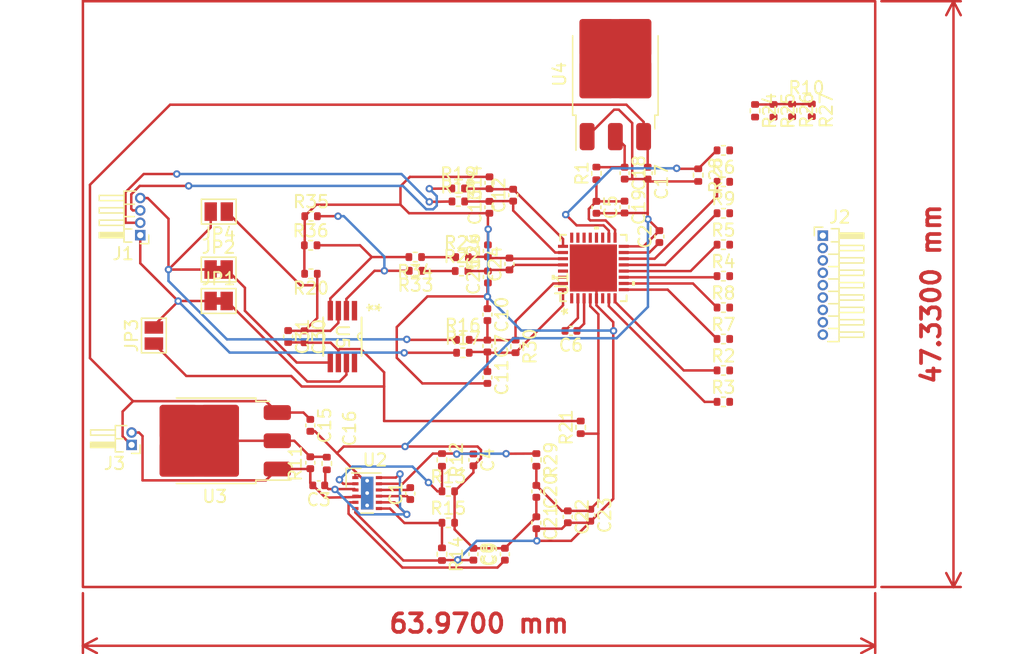
<source format=kicad_pcb>
(kicad_pcb (version 20221018) (generator pcbnew)
  (layers (0 "F.Cu" signal) (31 "B.Cu" signal) (34 "B.Paste" user) (35 "F.Paste" user) (36 "B.SilkS" user "B.Silkscreen") (37 "F.SilkS" user "F.Silkscreen") (38 "B.Mask" user) (39 "F.Mask" user) (44 "Edge.Cuts" user))
  (net 0 "")
  (net 2 "Net-(U5-INA)")
  (net 3 "Net-(JP4-A)")
  (net 4 "Net-(U5-INB)")
  (net 5 "Net-(JP2-B)")
  (net 6 "Net-(JP3-A)")
  (net 7 "Net-(JP1-B)")
  (net 9 "/ADC_nPWDN")
  (net 10 "Net-(J2-Pin_2)")
  (net 11 "/ADC_SCLK")
  (net 12 "Net-(J2-Pin_4)")
  (net 13 "/EXT_CLK")
  (net 14 "Net-(J2-Pin_9)")
  (net 15 "/ADC_nDRDY")
  (net 16 "Net-(J2-Pin_7)")
  (net 17 "/ADC_nCS")
  (net 18 "Net-(J2-Pin_8)")
  (net 19 "/-2.5V")
  (net 20 "Net-(R23-Pad1)")
  (net 21 "Net-(R22-Pad1)")
  (net 22 "Net-(U1-REFN0)")
  (net 23 "Net-(U1-REFP0)")
  (net 24 "/2.5V")
  (net 25 "/Avdd")
  (net 26 "GND")
  (net 27 "/DVDD")
  (net 28 "Net-(J2-Pin_3)")
  (net 29 "Net-(J2-Pin_1)")
  (net 30 "/ACX2")
  (net 31 "/ACX1")
  (net 32 "/In-")
  (net 33 "Net-(U1-AIN5)")
  (net 34 "/In+")
  (net 35 "Net-(U1-AIN4)")
  (net 36 "Net-(J1-Pin_1)")
  (net 37 "Net-(J1-Pin_4)")
  (net 38 "Net-(U2-FB-)")
  (net 39 "Net-(U2-FB+)")
  (net 40 "/ADC_START")
  (net 41 "/ADC_MISO")
  (net 42 "Net-(J2-Pin_6)")
  (net 43 "/ADC_MOSI")
  (net 44 "Net-(J2-Pin_5)")
  (net 45 "/3V3")
  (net 46 "Net-(U2-EN+)")
  (net 47 "/ADC_nRESET")
  (net 48 "Net-(U4-VO)")
  (net 49 "/5V")
  (net 50 "Net-(U2-CP)")
  (net 51 "Net-(U2-C-)")
  (net 52 "Net-(U2-C+)")
  (net 53 "Net-(U1-BYPASS)")
  (net 54 "Net-(U1-CAPN)")
  (net 55 "Net-(U1-CAPP)")
  (net 64 "/nACX2")
  (net 65 "/nACX1")
  (footprint "Jumper:SolderJumper-2_P1.3mm_Open_Pad1.0x1.5mm" (layer "F.Cu") (at 20.97 53.34 90)
    (fp_text reference "JP3")
    (fp_text value "Jumper_2_Open")
  )
  (footprint "Capacitor_SMD:C_0402_1005Metric" (layer "F.Cu") (at 33.6 63.62 -90)
    (fp_text reference "C16")
    (fp_text value "100u")
  )
  (footprint "Resistor_SMD:R_0402_1005Metric" (layer "F.Cu") (at 34.93 63.68 -90)
    (fp_text reference "R11")
    (fp_text value "0")
  )
  (footprint "Capacitor_SMD:C_0402_1005Metric" (layer "F.Cu") (at 34.28 65.45 180)
    (fp_text reference "C3")
    (fp_text value "4.7u")
  )
  (footprint "Capacitor_SMD:C_0402_1005Metric" (layer "F.Cu") (at 31.81 53.42 -90)
    (fp_text reference "C31")
    (fp_text value "220p")
  )
  (footprint "Connector_PinHeader_1.00mm:PinHeader_1x02_P1.00mm_Horizontal" (layer "F.Cu") (at 19.17 62.18 180)
    (fp_text reference "J3")
    (fp_text value "Conn_01x02_Pin")
  )
  (footprint "Resistor_SMD:R_0402_1005Metric" (layer "F.Cu") (at 66.95 43.46)
    (fp_text reference "R9")
    (fp_text value "47")
  )
  (footprint "Capacitor_SMD:C_0402_1005Metric" (layer "F.Cu") (at 48.06 42.98 90)
    (fp_text reference "C13")
    (fp_text value "1n")
  )
  (footprint "Capacitor_SMD:C_0402_1005Metric" (layer "F.Cu") (at 47.9 56.73 -90)
    (fp_text reference "C11")
    (fp_text value "1n")
  )
  (footprint "Resistor_SMD:R_0402_1005Metric" (layer "F.Cu") (at 64.92 40.38 -90)
    (fp_text reference "R28")
    (fp_text value "100k")
  )
  (footprint "Capacitor_SMD:C_0402_1005Metric" (layer "F.Cu") (at 56.21 67.86 -90)
    (fp_text reference "C23")
    (fp_text value "0.1u")
  )
  (footprint "Capacitor_SMD:C_0402_1005Metric" (layer "F.Cu") (at 48.07 41 90)
    (fp_text reference "C14")
    (fp_text value "1n")
  )
  (footprint "ADS1235-Q1:RHM0032A_VQFNP_TEX" (layer "F.Cu") (at 56.455 47.885 90)
    (fp_text reference "U1")
    (fp_text value "ADS1235QWRHMRQ1")
  )
  (footprint "Package_TO_SOT_SMD:TO-252-3_TabPin2" (layer "F.Cu") (at 25.895 61.845 180)
    (fp_text reference "U3")
    (fp_text value "LM1117DT-3.3")
  )
  (footprint "Resistor_SMD:R_0402_1005Metric" (layer "F.Cu") (at 42.1 48.11 180)
    (fp_text reference "R33")
    (fp_text value "0")
  )
  (footprint "Capacitor_SMD:C_0402_1005Metric" (layer "F.Cu") (at 58.98 40.22 -90)
    (fp_text reference "C18")
    (fp_text value "100u")
  )
  (footprint "Capacitor_SMD:C_0402_1005Metric" (layer "F.Cu") (at 54.645 52.965 180)
    (fp_text reference "C6")
    (fp_text value "4.7n")
  )
  (footprint "Resistor_SMD:R_0402_1005Metric" (layer "F.Cu") (at 55.43 60.76 90)
    (fp_text reference "R21")
    (fp_text value "0")
  )
  (footprint "Resistor_SMD:R_0402_1005Metric" (layer "F.Cu") (at 44.23 63.39 -90)
    (fp_text reference "R12")
    (fp_text value "602k")
  )
  (footprint "Resistor_SMD:R_0402_1005Metric" (layer "F.Cu") (at 66.95 38.38)
    (fp_text reference "R10")
    (fp_text value "47")
  )
  (footprint "Capacitor_SMD:C_0402_1005Metric" (layer "F.Cu") (at 49.68 47.56 90)
    (fp_text reference "C24")
    (fp_text value "10n")
  )
  (footprint "Capacitor_SMD:C_0402_1005Metric" (layer "F.Cu") (at 47.94 48.61 90)
    (fp_text reference "C25")
    (fp_text value "1n")
  )
  (footprint "Resistor_SMD:R_0402_1005Metric" (layer "F.Cu") (at 45.55 42.51)
    (fp_text reference "R18")
    (fp_text value "100")
  )
  (footprint "Resistor_SMD:R_0402_1005Metric" (layer "F.Cu") (at 33.65 48.35 180)
    (fp_text reference "R20")
    (fp_text value "0")
  )
  (footprint "Capacitor_SMD:C_0402_1005Metric" (layer "F.Cu") (at 47.94 46.5 90)
    (fp_text reference "C26")
    (fp_text value "1n")
  )
  (footprint "Resistor_SMD:R_0402_1005Metric" (layer "F.Cu") (at 33.63 46.05)
    (fp_text reference "R36")
    (fp_text value "100k")
  )
  (footprint "Jumper:SolderJumper-2_P1.3mm_Bridged_Pad1.0x1.5mm" (layer "F.Cu") (at 26.2 50.55)
    (fp_text reference "JP1")
    (fp_text value "Jumper_2_Bridged")
  )
  (footprint "Resistor_SMD:R_0402_1005Metric" (layer "F.Cu") (at 74.09 35.14 -90)
    (fp_text reference "R27")
    (fp_text value "100k")
  )
  (footprint "Resistor_SMD:R_0402_1005Metric" (layer "F.Cu") (at 69.51 35.18 -90)
    (fp_text reference "R24")
    (fp_text value "100k")
  )
  (footprint "Capacitor_SMD:C_0402_1005Metric" (layer "F.Cu") (at 47.9 51.65 -90)
    (fp_text reference "C10")
    (fp_text value "1n")
  )
  (footprint "Resistor_SMD:R_0402_1005Metric" (layer "F.Cu") (at 42.07 47 180)
    (fp_text reference "R34")
    (fp_text value "0")
  )
  (footprint "Resistor_SMD:R_0402_1005Metric" (layer "F.Cu") (at 51.85 63.39 -90)
    (fp_text reference "R29")
    (fp_text value "0.1")
  )
  (footprint "Capacitor_SMD:C_0402_1005Metric" (layer "F.Cu") (at 47.9 54.19 -90)
    (fp_text reference "C7")
    (fp_text value "10n")
  )
  (footprint "Resistor_SMD:R_0402_1005Metric" (layer "F.Cu") (at 66.95 58.7)
    (fp_text reference "R3")
    (fp_text value "47")
  )
  (footprint "Capacitor_SMD:C_0402_1005Metric" (layer "F.Cu") (at 49.31 71.01 90)
    (fp_text reference "C9")
    (fp_text value "4.7u")
  )
  (footprint "Resistor_SMD:R_0402_1005Metric" (layer "F.Cu") (at 44.74 65.93)
    (fp_text reference "R13")
    (fp_text value "549k")
  )
  (footprint "Capacitor_SMD:C_0402_1005Metric" (layer "F.Cu") (at 54.39 67.99 -90)
    (fp_text reference "C22")
    (fp_text value "1u")
  )
  (footprint "Resistor_SMD:R_0402_1005Metric" (layer "F.Cu") (at 66.95 51.08)
    (fp_text reference "R8")
    (fp_text value "47")
  )
  (footprint "Resistor_SMD:R_0402_1005Metric" (layer "F.Cu") (at 72.5 35.15 -90)
    (fp_text reference "R26")
    (fp_text value "100k")
  )
  (footprint "Capacitor_SMD:C_0402_1005Metric" (layer "F.Cu") (at 60.84 40.22 -90)
    (fp_text reference "C17")
    (fp_text value "10u")
  )
  (footprint "Capacitor_SMD:C_0402_1005Metric" (layer "F.Cu") (at 33.13 53.44 -90)
    (fp_text reference "C30")
    (fp_text value "2.2u")
  )
  (footprint "Capacitor_SMD:C_0402_1005Metric" (layer "F.Cu") (at 61.785 45.345 90)
    (fp_text reference "C2")
    (fp_text value "1u")
  )
  (footprint "Package_TO_SOT_SMD:TO-252-3_TabPin2" (layer "F.Cu") (at 58.23 32.23 90)
    (fp_text reference "U4")
    (fp_text value "LM1117DT-3.3")
  )
  (footprint "Resistor_SMD:R_0402_1005Metric" (layer "F.Cu") (at 50.17 54.22 -90)
    (fp_text reference "R30")
    (fp_text value "100k")
  )
  (footprint "Resistor_SMD:R_0402_1005Metric" (layer "F.Cu") (at 45.81 48.13)
    (fp_text reference "R22")
    (fp_text value "100")
  )
  (footprint "Resistor_SMD:R_0402_1005Metric" (layer "F.Cu") (at 66.95 48.54)
    (fp_text reference "R4")
    (fp_text value "47")
  )
  (footprint "Capacitor_SMD:C_0402_1005Metric" (layer "F.Cu") (at 51.85 68.47 -90)
    (fp_text reference "C21")
    (fp_text value "0.1u")
  )
  (footprint "Resistor_SMD:R_0402_1005Metric" (layer "F.Cu") (at 66.95 46)
    (fp_text reference "R5")
    (fp_text value "47")
  )
  (footprint "UCC27524DR:DGN8" (layer "F.Cu") (at 36.19 53.43 -90)
    (fp_text reference "U5")
    (fp_text value "UCC27524DGN")
  )
  (footprint "Connector_PinHeader_1.00mm:PinHeader_1x04_P1.00mm_Horizontal" (layer "F.Cu") (at 19.87 45.23 180)
    (fp_text reference "J1")
    (fp_text value "Conn_01x04_Pin")
  )
  (footprint "Resistor_SMD:R_0402_1005Metric" (layer "F.Cu") (at 56.7 40.24 90)
    (fp_text reference "R1")
    (fp_text value "0.1")
  )
  (footprint "Jumper:SolderJumper-2_P1.3mm_Bridged_Pad1.0x1.5mm" (layer "F.Cu") (at 26.2 48.01)
    (fp_text reference "JP2")
    (fp_text value "Jumper_2_Bridged")
  )
  (footprint "Connector_PinHeader_1.00mm:PinHeader_1x09_P1.00mm_Horizontal" (layer "F.Cu") (at 74.98 45.27)
    (fp_text reference "J2")
    (fp_text value "Conn_01x09_Pin")
  )
  (footprint "Resistor_SMD:R_0402_1005Metric" (layer "F.Cu") (at 66.95 53.62)
    (fp_text reference "R7")
    (fp_text value "47")
  )
  (footprint "Capacitor_SMD:C_0402_1005Metric" (layer "F.Cu") (at 51.85 65.93 -90)
    (fp_text reference "C20")
    (fp_text value "0.1u")
  )
  (footprint "Resistor_SMD:R_0402_1005Metric" (layer "F.Cu") (at 44.74 68.47)
    (fp_text reference "R15")
    (fp_text value "511k")
  )
  (footprint "Resistor_SMD:R_0402_1005Metric" (layer "F.Cu") (at 45.85 47.01)
    (fp_text reference "R23")
    (fp_text value "100")
  )
  (footprint "Resistor_SMD:R_0402_1005Metric" (layer "F.Cu") (at 45.54 41.46)
    (fp_text reference "R19")
    (fp_text value "100")
  )
  (footprint "Resistor_SMD:R_0402_1005Metric" (layer "F.Cu") (at 71 35.18 -90)
    (fp_text reference "R25")
    (fp_text value "100k")
  )
  (footprint "Resistor_SMD:R_0402_1005Metric" (layer "F.Cu") (at 45.92 54.73)
    (fp_text reference "R17")
    (fp_text value "100")
  )
  (footprint "Capacitor_SMD:C_0402_1005Metric" (layer "F.Cu") (at 58.97 42.96 -90)
    (fp_text reference "C19")
    (fp_text value "0.1u")
  )
  (footprint "Resistor_SMD:R_0402_1005Metric" (layer "F.Cu") (at 44.23 71.01 -90)
    (fp_text reference "R14")
    (fp_text value "536k")
  )
  (footprint "Capacitor_SMD:C_0402_1005Metric" (layer "F.Cu") (at 46.77 71.01 -90)
    (fp_text reference "C8")
    (fp_text value "2.2u")
  )
  (footprint "Resistor_SMD:R_0402_1005Metric" (layer "F.Cu") (at 33.66 43.7)
    (fp_text reference "R35")
    (fp_text value "100k")
  )
  (footprint "Jumper:SolderJumper-2_P1.3mm_Open_Pad1.0x1.5mm" (layer "F.Cu") (at 26.21 43.33 180)
    (fp_text reference "JP4")
    (fp_text value "Jumper_2_Open")
  )
  (footprint "Resistor_SMD:R_0402_1005Metric" (layer "F.Cu") (at 45.92 53.69)
    (fp_text reference "R16")
    (fp_text value "100")
  )
  (footprint "Capacitor_SMD:C_0402_1005Metric" (layer "F.Cu") (at 46.77 63.39 -90)
    (fp_text reference "C4")
    (fp_text value "2.2u")
  )
  (footprint "Resistor_SMD:R_0402_1005Metric" (layer "F.Cu") (at 66.95 40.92)
    (fp_text reference "R6")
    (fp_text value "47")
  )
  (footprint "Capacitor_SMD:C_0402_1005Metric" (layer "F.Cu") (at 56.7 42.98 -90)
    (fp_text reference "C5")
    (fp_text value "1u")
  )
  (footprint "Resistor_SMD:R_0402_1005Metric" (layer "F.Cu") (at 66.95 56.16)
    (fp_text reference "R2")
    (fp_text value "47")
  )
  (footprint "Package_SON:WSON-12-1EP_3x2mm_P0.5mm_EP1x2.65_ThermalVias" (layer "F.Cu") (at 38.19 66.07)
    (fp_text reference "U2")
    (fp_text value "LM27762")
  )
  (footprint "Capacitor_SMD:C_0402_1005Metric" (layer "F.Cu") (at 49.98 42 90)
    (fp_text reference "C12")
    (fp_text value "10n")
  )
  (footprint "Capacitor_SMD:C_0402_1005Metric" (layer "F.Cu") (at 41.67 66.11 90)
    (fp_text reference "C1")
    (fp_text value "1u")
  )
  (footprint "Capacitor_SMD:C_0402_1005Metric" (layer "F.Cu") (at 33.6 60.6 -90)
    (fp_text reference "C15")
    (fp_text value "10u")
  )
  (gr_rect (start 15.24 26.33) (end 79.21 73.66) (stroke (width 0.2)) (fill none) (layer "F.Cu"))
  (dimension (type aligned) (layer "F.Cu") (pts (xy 79.21 73.66) (xy 15.24 73.66)) (height -4.75) (gr_text "63.9700 mm" (at 47.225 76.61) (layer "F.Cu") (effects (font (size 1.5 1.5) (thickness 0.3)))) (format (prefix "") (suffix "") (units 3) (units_format 1) (precision 4)) (style (thickness 0.2) (arrow_length 1.27) (text_position_mode 0) (extension_height 0.58642) (extension_offset 0.5) keep_text_aligned))
  (dimension (type aligned) (layer "F.Cu") (pts (xy 79.21 73.66) (xy 79.21 26.33)) (height 6.32) (gr_text "47.3300 mm" (at 83.73 49.995 90) (layer "F.Cu") (effects (font (size 1.5 1.5) (thickness 0.3)))) (format (prefix "") (suffix "") (units 3) (units_format 1) (precision 4)) (style (thickness 0.2) (arrow_length 1.27) (text_position_mode 0) (extension_height 0.58642) (extension_offset 0.5) keep_text_aligned))
  (segment (start 34.17 43.7) (end 35.84 43.7) (width 0.2) (layer "F.Cu") (net 2))
  (segment (start 39.58 48.11) (end 38.786199 48.11) (width 0.2) (layer "F.Cu") (net 2))
  (segment (start 41.59 48.11) (end 39.58 48.11) (width 0.2) (layer "F.Cu") (net 2))
  (segment (start 35.84 43.7) (end 35.79 43.7) (width 0.2) (layer "F.Cu") (net 2))
  (segment (start 38.786199 48.11) (end 36.515001 50.381198) (width 0.2) (layer "F.Cu") (net 2))
  (segment (start 36.515001 50.381198) (end 36.515001 51.3345) (width 0.2) (layer "F.Cu") (net 2))
  (via (at 35.84 43.7) (size 0.6) (drill 0.3) (layers "F.Cu" "B.Cu") (net 2))
  (via (at 39.58 48.11) (size 0.6) (drill 0.3) (layers "F.Cu" "B.Cu") (net 2))
  (segment (start 35.84 43.7) (end 36.31 43.7) (width 0.2) (layer "B.Cu") (net 2))
  (segment (start 39.58 46.97) (end 39.58 48.11) (width 0.2) (layer "B.Cu") (net 2))
  (segment (start 36.31 43.7) (end 39.58 46.97) (width 0.2) (layer "B.Cu") (net 2))
  (segment (start 35.864999 52.3219) (end 35.864999 51.3345) (width 0.2) (layer "F.Cu") (net 3))
  (segment (start 31.83 52.96) (end 31.81 52.94) (width 0.2) (layer "F.Cu") (net 3))
  (segment (start 34.16 49.28) (end 34.16 51.93) (width 0.2) (layer "F.Cu") (net 3))
  (segment (start 34.16 51.93) (end 33.13 52.96) (width 0.2) (layer "F.Cu") (net 3))
  (segment (start 35.226899 52.96) (end 35.864999 52.3219) (width 0.2) (layer "F.Cu") (net 3))
  (segment (start 34.16 48.35) (end 34.16 49.28) (width 0.2) (layer "F.Cu") (net 3))
  (segment (start 26.86 43.33) (end 32.81 49.28) (width 0.2) (layer "F.Cu") (net 3))
  (segment (start 33.13 52.96) (end 35.226899 52.96) (width 0.2) (layer "F.Cu") (net 3))
  (segment (start 32.81 49.28) (end 34.16 49.28) (width 0.2) (layer "F.Cu") (net 3))
  (segment (start 33.13 52.96) (end 31.83 52.96) (width 0.2) (layer "F.Cu") (net 3))
  (segment (start 38.562101 47) (end 35.215001 50.3471) (width 0.2) (layer "F.Cu") (net 4))
  (segment (start 37.612101 46.05) (end 38.562101 47) (width 0.2) (layer "F.Cu") (net 4))
  (segment (start 34.14 46.05) (end 37.612101 46.05) (width 0.2) (layer "F.Cu") (net 4))
  (segment (start 41.56 47) (end 38.562101 47) (width 0.2) (layer "F.Cu") (net 4))
  (segment (start 35.215001 50.3471) (end 35.215001 51.3345) (width 0.2) (layer "F.Cu") (net 4))
  (segment (start 28.32 49.48) (end 26.85 48.01) (width 0.2) (layer "F.Cu") (net 5))
  (segment (start 28.32 51.342254) (end 28.32 49.48) (width 0.2) (layer "F.Cu") (net 5))
  (segment (start 32.503246 55.5255) (end 28.32 51.342254) (width 0.2) (layer "F.Cu") (net 5))
  (segment (start 35.215001 55.5255) (end 32.503246 55.5255) (width 0.2) (layer "F.Cu") (net 5))
  (segment (start 32.0629 56.6129) (end 32.91 57.46) (width 0.2) (layer "F.Cu") (net 6))
  (segment (start 39.56 57.46) (end 39.56 56.317201) (width 0.2) (layer "F.Cu") (net 6))
  (segment (start 33.11 53.9) (end 33.13 53.92) (width 0.2) (layer "F.Cu") (net 6))
  (segment (start 39.56 60.25) (end 39.56 57.46) (width 0.2) (layer "F.Cu") (net 6))
  (segment (start 20.97 53.99) (end 23.5929 56.6129) (width 0.2) (layer "F.Cu") (net 6))
  (segment (start 31.81 53.9) (end 33.11 53.9) (width 0.2) (layer "F.Cu") (net 6))
  (segment (start 39.56 56.317201) (end 37.680899 54.4381) (width 0.2) (layer "F.Cu") (net 6))
  (segment (start 55.43 60.25) (end 39.56 60.25) (width 0.2) (layer "F.Cu") (net 6))
  (segment (start 35.964999 54.4381) (end 35.864999 54.5381) (width 0.2) (layer "F.Cu") (net 6))
  (segment (start 35.864999 54.5381) (end 35.864999 55.5255) (width 0.2) (layer "F.Cu") (net 6))
  (segment (start 32.91 57.46) (end 39.56 57.46) (width 0.2) (layer "F.Cu") (net 6))
  (segment (start 33.13 53.92) (end 35.246899 53.92) (width 0.2) (layer "F.Cu") (net 6))
  (segment (start 23.5929 56.6129) (end 32.0629 56.6129) (width 0.2) (layer "F.Cu") (net 6))
  (segment (start 37.680899 54.4381) (end 35.964999 54.4381) (width 0.2) (layer "F.Cu") (net 6))
  (segment (start 35.246899 53.92) (end 35.864999 54.5381) (width 0.2) (layer "F.Cu") (net 6))
  (segment (start 33.36 57.06) (end 35.967901 57.06) (width 0.2) (layer "F.Cu") (net 7))
  (segment (start 36.515001 56.5129) (end 36.515001 55.5255) (width 0.2) (layer "F.Cu") (net 7))
  (segment (start 35.967901 57.06) (end 36.515001 56.5129) (width 0.2) (layer "F.Cu") (net 7))
  (segment (start 26.85 50.55) (end 33.36 57.06) (width 0.2) (layer "F.Cu") (net 7))
  (segment (start 57.705 50.969501) (end 65.435499 58.7) (width 0.2) (layer "F.Cu") (net 9))
  (segment (start 65.435499 58.7) (end 66.44 58.7) (width 0.2) (layer "F.Cu") (net 9))
  (segment (start 57.705 50.3361) (end 57.705 50.969501) (width 0.2) (layer "F.Cu") (net 9))
  (segment (start 58.9061 48.635001) (end 66.344999 48.635001) (width 0.2) (layer "F.Cu") (net 11))
  (segment (start 66.344999 48.635001) (end 66.44 48.54) (width 0.2) (layer "F.Cu") (net 11))
  (segment (start 54.22 43.56) (end 54.22 43.56) (width 0.2) (layer "F.Cu") (net 13))
  (segment (start 55.1 44.44) (end 54.23 43.57) (width 0.2) (layer "F.Cu") (net 13))
  (segment (start 54.23 43.57) (end 54.22 43.57) (width 0.2) (layer "F.Cu") (net 13))
  (segment (start 54.22 43.57) (end 54.22 43.56) (width 0.2) (layer "F.Cu") (net 13))
  (segment (start 63.18 39.83) (end 63.14 39.83) (width 0.2) (layer "F.Cu") (net 13))
  (segment (start 57.278814 44.44) (end 55.1 44.44) (width 0.2) (layer "F.Cu") (net 13))
  (segment (start 63.14 39.83) (end 63.11 39.8) (width 0.2) (layer "F.Cu") (net 13))
  (segment (start 63.18 39.87) (end 63.18 39.83) (width 0.2) (layer "F.Cu") (net 13))
  (segment (start 66.41 38.38) (end 64.92 39.87) (width 0.2) (layer "F.Cu") (net 13))
  (segment (start 63.18 39.87) (end 63.18 39.87) (width 0.2) (layer "F.Cu") (net 13))
  (segment (start 57.705 45.4339) (end 57.705 44.866186) (width 0.2) (layer "F.Cu") (net 13))
  (segment (start 66.44 38.38) (end 66.41 38.38) (width 0.2) (layer "F.Cu") (net 13))
  (segment (start 64.92 39.87) (end 63.18 39.87) (width 0.2) (layer "F.Cu") (net 13))
  (segment (start 57.705 44.866186) (end 57.278814 44.44) (width 0.2) (layer "F.Cu") (net 13))
  (via (at 63.18 39.83) (size 0.6) (drill 0.3) (layers "F.Cu" "B.Cu") (net 13))
  (via (at 54.22 43.57) (size 0.6) (drill 0.3) (layers "F.Cu" "B.Cu") (net 13))
  (segment (start 57.96 39.83) (end 54.22 43.57) (width 0.2) (layer "B.Cu") (net 13))
  (segment (start 63.18 39.83) (end 57.96 39.83) (width 0.2) (layer "B.Cu") (net 13))
  (segment (start 58.9061 47.635) (end 62.265 47.635) (width 0.2) (layer "F.Cu") (net 15))
  (segment (start 62.265 47.635) (end 66.44 43.46) (width 0.2) (layer "F.Cu") (net 15))
  (segment (start 58.9061 49.135) (end 64.495 49.135) (width 0.2) (layer "F.Cu") (net 17))
  (segment (start 64.495 49.135) (end 66.44 51.08) (width 0.2) (layer "F.Cu") (net 17))
  (segment (start 34.08 42.77) (end 33.15 43.7) (width 0.2) (layer "F.Cu") (net 19))
  (segment (start 37.24 67.645) (end 37.24 67.32) (width 0.2) (layer "F.Cu") (net 19))
  (segment (start 41.57 43.46) (end 48.06 43.46) (width 0.2) (layer "F.Cu") (net 19))
  (segment (start 54.66 69.93) (end 51.89 69.93) (width 0.2) (layer "F.Cu") (net 19))
  (segment (start 44.26 71.49) (end 44.23 71.52) (width 0.2) (layer "F.Cu") (net 19))
  (segment (start 51.85 69.89) (end 51.89 69.93) (width 0.2) (layer "F.Cu") (net 19))
  (segment (start 40.58 55.14) (end 40.58 52.66) (width 0.2) (layer "F.Cu") (net 19))
  (segment (start 51.85 69.97) (end 51.85 69.99) (width 0.2) (layer "F.Cu") (net 19))
  (segment (start 33.15 46.02) (end 33.12 46.05) (width 0.2) (layer "F.Cu") (net 19))
  (segment (start 47.9 50.18) (end 47.9 49.13) (width 0.2) (layer "F.Cu") (net 19))
  (segment (start 47.9 49.13) (end 47.94 49.09) (width 0.2) (layer "F.Cu") (net 19))
  (segment (start 47.9 51.17) (end 47.9 50.2) (width 0.2) (layer "F.Cu") (net 19))
  (segment (start 58.06 52.94) (end 58.08 52.96) (width 0.2) (layer "F.Cu") (net 19))
  (segment (start 58.06 66.53) (end 54.66 69.93) (width 0.2) (layer "F.Cu") (net 19))
  (segment (start 40.58 52.66) (end 43.06 50.18) (width 0.2) (layer "F.Cu") (net 19))
  (segment (start 56.455 47.885) (end 56.705 48.135) (width 0.2) (layer "F.Cu") (net 19))
  (segment (start 58.06 52.98) (end 58.06 66.53) (width 0.2) (layer "F.Cu") (net 19))
  (segment (start 46.77 71.49) (end 45.52 71.49) (width 0.2) (layer "F.Cu") (net 19))
  (segment (start 47.94 44.73) (end 47.94 43.58) (width 0.2) (layer "F.Cu") (net 19))
  (segment (start 51.85 68.95) (end 51.85 69.89) (width 0.2) (layer "F.Cu") (net 19))
  (segment (start 45.48 71.49) (end 44.26 71.49) (width 0.2) (layer "F.Cu") (net 19))
  (segment (start 40.88 42.77) (end 34.08 42.77) (width 0.2) (layer "F.Cu") (net 19))
  (segment (start 47.9 50.2) (end 47.9 50.18) (width 0.2) (layer "F.Cu") (net 19))
  (segment (start 43.06 50.18) (end 47.9 50.18) (width 0.2) (layer "F.Cu") (net 19))
  (segment (start 47.94 43.58) (end 48.06 43.46) (width 0.2) (layer "F.Cu") (net 19))
  (segment (start 53.91 68.95) (end 54.39 68.47) (width 0.2) (layer "F.Cu") (net 19))
  (segment (start 54.39 68.47) (end 56.08 68.47) (width 0.2) (layer "F.Cu") (net 19))
  (segment (start 41.64 40.52) (end 40.88 41.28) (width 0.2) (layer "F.Cu") (net 19))
  (segment (start 47.94 44.77) (end 47.96 44.75) (width 0.2) (layer "F.Cu") (net 19))
  (segment (start 51.89 69.93) (end 51.85 69.97) (width 0.2) (layer "F.Cu") (net 19))
  (segment (start 48.07 40.52) (end 41.64 40.52) (width 0.2) (layer "F.Cu") (net 19))
  (segment (start 33.12 46.05) (end 33.12 48.33) (width 0.2) (layer "F.Cu") (net 19))
  (segment (start 58.08 52.96) (end 58.06 52.98) (width 0.2) (layer "F.Cu") (net 19))
  (segment (start 56.705 50.3361) (end 56.705 50.903814) (width 0.2) (layer "F.Cu") (net 19))
  (segment (start 33.12 48.33) (end 33.14 48.35) (width 0.2) (layer "F.Cu") (net 19))
  (segment (start 56.705 48.135) (end 56.705 50.3361) (width 0.2) (layer "F.Cu") (net 19))
  (segment (start 47.96 44.75) (end 47.94 44.73) (width 0.2) (layer "F.Cu") (net 19))
  (segment (start 45.52 71.49) (end 45.5 71.47) (width 0.2) (layer "F.Cu") (net 19))
  (segment (start 40.88 41.28) (end 40.88 42.77) (width 0.2) (layer "F.Cu") (net 19))
  (segment (start 51.85 69.99) (end 51.87 70.01) (width 0.2) (layer "F.Cu") (net 19))
  (segment (start 41.115 71.52) (end 37.24 67.645) (width 0.2) (layer "F.Cu") (net 19))
  (segment (start 42.65 57.21) (end 40.58 55.14) (width 0.2) (layer "F.Cu") (net 19))
  (segment (start 44.23 71.52) (end 41.115 71.52) (width 0.2) (layer "F.Cu") (net 19))
  (segment (start 58.06 52.258814) (end 58.06 52.94) (width 0.2) (layer "F.Cu") (net 19))
  (segment (start 51.85 68.95) (end 53.91 68.95) (width 0.2) (layer "F.Cu") (net 19))
  (segment (start 40.88 42.77) (end 41.57 43.46) (width 0.2) (layer "F.Cu") (net 19))
  (segment (start 56.08 68.47) (end 56.21 68.34) (width 0.2) (layer "F.Cu") (net 19))
  (segment (start 45.5 71.47) (end 45.48 71.49) (width 0.2) (layer "F.Cu") (net 19))
  (segment (start 47.9 57.21) (end 42.65 57.21) (width 0.2) (layer "F.Cu") (net 19))
  (segment (start 47.94 46.02) (end 47.94 44.77) (width 0.2) (layer "F.Cu") (net 19))
  (segment (start 33.15 43.7) (end 33.15 46.02) (width 0.2) (layer "F.Cu") (net 19))
  (segment (start 56.705 50.903814) (end 58.06 52.258814) (width 0.2) (layer "F.Cu") (net 19))
  (via (at 47.96 44.75) (size 0.6) (drill 0.3) (layers "F.Cu" "B.Cu") (net 19))
  (via (at 51.89 69.93) (size 0.6) (drill 0.3) (layers "F.Cu" "B.Cu") (net 19))
  (via (at 58.08 52.96) (size 0.6) (drill 0.3) (layers "F.Cu" "B.Cu") (net 19))
  (via (at 47.9 50.2) (size 0.6) (drill 0.3) (layers "F.Cu" "B.Cu") (net 19))
  (via (at 45.5 71.47) (size 0.6) (drill 0.3) (layers "F.Cu" "B.Cu") (net 19))
  (segment (start 51.89 69.93) (end 47.04 69.93) (width 0.2) (layer "B.Cu") (net 19))
  (segment (start 47.96 50.14) (end 47.96 44.75) (width 0.2) (layer "B.Cu") (net 19))
  (segment (start 50.64 52.94) (end 58.05 52.94) (width 0.2) (layer "B.Cu") (net 19))
  (segment (start 47.9 50.2) (end 50.64 52.94) (width 0.2) (layer "B.Cu") (net 19))
  (segment (start 47.9 50.2) (end 47.96 50.14) (width 0.2) (layer "B.Cu") (net 19))
  (segment (start 47.04 69.93) (end 45.5 71.47) (width 0.2) (layer "B.Cu") (net 19))
  (segment (start 42.59 47.01) (end 42.58 47) (width 0.2) (layer "F.Cu") (net 20))
  (segment (start 45.34 47.01) (end 42.59 47.01) (width 0.2) (layer "F.Cu") (net 20))
  (segment (start 45.3 48.13) (end 42.63 48.13) (width 0.2) (layer "F.Cu") (net 21))
  (segment (start 42.63 48.13) (end 42.61 48.11) (width 0.2) (layer "F.Cu") (net 21))
  (segment (start 53.224501 49.135) (end 54.0039 49.135) (width 0.2) (layer "F.Cu") (net 22))
  (segment (start 47.9 53.71) (end 47.9 52.13) (width 0.2) (layer "F.Cu") (net 22))
  (segment (start 50.17 52.189501) (end 53.224501 49.135) (width 0.2) (layer "F.Cu") (net 22))
  (segment (start 50.17 53.71) (end 47.9 53.71) (width 0.2) (layer "F.Cu") (net 22))
  (segment (start 50.17 53.71) (end 50.17 52.189501) (width 0.2) (layer "F.Cu") (net 22))
  (segment (start 46.45 53.71) (end 46.43 53.69) (width 0.2) (layer "F.Cu") (net 22))
  (segment (start 47.9 53.71) (end 46.45 53.71) (width 0.2) (layer "F.Cu") (net 22))
  (segment (start 54.0039 50.8961) (end 54.0039 49.634999) (width 0.2) (layer "F.Cu") (net 23))
  (segment (start 47.9 54.67) (end 46.49 54.67) (width 0.2) (layer "F.Cu") (net 23))
  (segment (start 50.17 54.73) (end 47.96 54.73) (width 0.2) (layer "F.Cu") (net 23))
  (segment (start 46.49 54.67) (end 46.43 54.73) (width 0.2) (layer "F.Cu") (net 23))
  (segment (start 47.96 54.73) (end 47.9 54.67) (width 0.2) (layer "F.Cu") (net 23))
  (segment (start 47.9 54.67) (end 47.9 56.25) (width 0.2) (layer "F.Cu") (net 23))
  (segment (start 50.17 54.73) (end 54.0039 50.8961) (width 0.2) (layer "F.Cu") (net 23))
  (segment (start 45.38 62.88) (end 45.42 62.92) (width 0.2) (layer "F.Cu") (net 24))
  (segment (start 39.14 65.32) (end 41.047746 65.32) (width 0.2) (layer "F.Cu") (net 24))
  (segment (start 43.487746 62.88) (end 44.23 62.88) (width 0.2) (layer "F.Cu") (net 24))
  (segment (start 44.23 62.88) (end 45.38 62.88) (width 0.2) (layer "F.Cu") (net 24))
  (segment (start 49.4 62.88) (end 49.39 62.89) (width 0.2) (layer "F.Cu") (net 24))
  (segment (start 41.047746 65.32) (end 43.487746 62.88) (width 0.2) (layer "F.Cu") (net 24))
  (segment (start 49.41 62.89) (end 49.4 62.88) (width 0.2) (layer "F.Cu") (net 24))
  (segment (start 45.46 62.88) (end 46.74 62.88) (width 0.2) (layer "F.Cu") (net 24))
  (segment (start 45.42 62.92) (end 45.46 62.88) (width 0.2) (layer "F.Cu") (net 24))
  (segment (start 51.85 62.88) (end 49.41 62.89) (width 0.2) (layer "F.Cu") (net 24))
  (segment (start 46.74 62.88) (end 46.77 62.91) (width 0.2) (layer "F.Cu") (net 24))
  (via (at 45.42 62.92) (size 0.6) (drill 0.3) (layers "F.Cu" "B.Cu") (net 24))
  (via (at 49.41 62.89) (size 0.6) (drill 0.3) (layers "F.Cu" "B.Cu") (net 24))
  (segment (start 49.41 62.89) (end 45.45 62.89) (width 0.2) (layer "B.Cu") (net 24))
  (segment (start 45.45 62.89) (end 45.42 62.92) (width 0.2) (layer "B.Cu") (net 24))
  (segment (start 54.39 67.51) (end 56.08 67.51) (width 0.2) (layer "F.Cu") (net 25))
  (segment (start 56.86 66.73) (end 56.86 61.27) (width 0.2) (layer "F.Cu") (net 25))
  (segment (start 51.85 63.9) (end 51.85 65.45) (width 0.2) (layer "F.Cu") (net 25))
  (segment (start 56.86 61.27) (end 56.86 51.6245) (width 0.2) (layer "F.Cu") (net 25))
  (segment (start 53.91 67.51) (end 51.85 65.45) (width 0.2) (layer "F.Cu") (net 25))
  (segment (start 56.21 67.38) (end 56.86 66.73) (width 0.2) (layer "F.Cu") (net 25))
  (segment (start 56.86 51.6245) (end 56.205 50.9695) (width 0.2) (layer "F.Cu") (net 25))
  (segment (start 56.205 50.9695) (end 56.205 50.3361) (width 0.2) (layer "F.Cu") (net 25))
  (segment (start 55.43 61.27) (end 56.86 61.27) (width 0.2) (layer "F.Cu") (net 25))
  (segment (start 56.08 67.51) (end 56.21 67.38) (width 0.2) (layer "F.Cu") (net 25))
  (segment (start 54.39 67.51) (end 53.91 67.51) (width 0.2) (layer "F.Cu") (net 25))
  (segment (start 64.92 40.89) (end 61.03 40.89) (width 0.2) (layer "F.Cu") (net 26))
  (segment (start 33.98 61.08) (end 35.749817 62.849817) (width 0.2) (layer "F.Cu") (net 26))
  (segment (start 20.055 61.46396) (end 20.055 65.045) (width 0.2) (layer "F.Cu") (net 26))
  (segment (start 37.2425 64.3475) (end 38.19 65.295) (width 0.2) (layer "F.Cu") (net 26))
  (segment (start 45.25 68.47) (end 45.25 65.93) (width 0.2) (layer "F.Cu") (net 26))
  (segment (start 60.86 43.94) (end 61.785 44.865) (width 0.2) (layer "F.Cu") (net 26))
  (segment (start 60.84 43.44) (end 60.84 43.92) (width 0.2) (layer "F.Cu") (net 26))
  (segment (start 37.94 66.32) (end 38.19 66.07) (width 0.2) (layer "F.Cu") (net 26))
  (segment (start 37.24 64.82) (end 37.24 64.35) (width 0.2) (layer "F.Cu") (net 26))
  (segment (start 19.77104 61.18) (end 20.055 61.46396) (width 0.2) (layer "F.Cu") (net 26))
  (segment (start 33.6 65.222254) (end 33.6 64.1) (width 0.2) (layer "F.Cu") (net 26))
  (segment (start 59.59 40.7) (end 60.84 40.7) (width 0.2) (layer "F.Cu") (net 26))
  (segment (start 47.38 62.587746) (end 47.102254 62.31) (width 0.2) (layer "F.Cu") (net 26))
  (segment (start 58.13 35.09) (end 58.507817 35.09) (width 0.2) (layer "F.Cu") (net 26))
  (segment (start 61.03 40.89) (end 60.84 40.7) (width 0.2) (layer "F.Cu") (net 26))
  (segment (start 33.575 64.125) (end 33.6 64.1) (width 0.2) (layer "F.Cu") (net 26))
  (segment (start 58.98 40.7) (end 59.59 40.7) (width 0.2) (layer "F.Cu") (net 26))
  (segment (start 38.19 65.295) (end 38.19 66.07) (width 0.2) (layer "F.Cu") (net 26))
  (segment (start 55.95 37.27) (end 58.13 35.09) (width 0.2) (layer "F.Cu") (net 26))
  (segment (start 60.514999 46.135001) (end 61.785 44.865) (width 0.2) (layer "F.Cu") (net 26))
  (segment (start 60.84 40.7) (end 60.84 43.44) (width 0.2) (layer "F.Cu") (net 26))
  (segment (start 37.24 66.32) (end 37.94 66.32) (width 0.2) (layer "F.Cu") (net 26))
  (segment (start 38.19 66.07) (end 37.88 66.38) (width 0.2) (layer "F.Cu") (net 26))
  (segment (start 30.935 64.125) (end 33.575 64.125) (width 0.2) (layer "F.Cu") (net 26))
  (segment (start 58.97 43.44) (end 60.84 43.44) (width 0.2) (layer "F.Cu") (net 26))
  (segment (start 58.9061 46.135001) (end 60.514999 46.135001) (width 0.2) (layer "F.Cu") (net 26))
  (segment (start 55.95 37.67) (end 55.95 37.27) (width 0.2) (layer "F.Cu") (net 26))
  (segment (start 47.102254 62.31) (end 41.25 62.31) (width 0.2) (layer "F.Cu") (net 26))
  (segment (start 46.77 63.87) (end 47.38 63.26) (width 0.2) (layer "F.Cu") (net 26))
  (segment (start 55.95 37.27) (end 56.33 37.65) (width 0.2) (layer "F.Cu") (net 26))
  (segment (start 45.25 68.47) (end 45.25 69.01) (width 0.2) (layer "F.Cu") (net 26))
  (segment (start 19.17 61.18) (end 19.77104 61.18) (width 0.2) (layer "F.Cu") (net 26))
  (segment (start 34.757746 66.38) (end 33.6 65.222254) (width 0.2) (layer "F.Cu") (net 26))
  (segment (start 46.77 63.87) (end 46.77 64.41) (width 0.2) (layer "F.Cu") (net 26))
  (segment (start 46.77 64.41) (end 45.25 65.93) (width 0.2) (layer "F.Cu") (net 26))
  (segment (start 35.749817 62.854817) (end 37.2425 64.3475) (width 0.2) (layer "F.Cu") (net 26))
  (segment (start 36.294634 62.31) (end 35.749817 62.854817) (width 0.2) (layer "F.Cu") (net 26))
  (segment (start 33.6 61.08) (end 33.98 61.08) (width 0.2) (layer "F.Cu") (net 26))
  (segment (start 58.95 43.46) (end 58.97 43.44) (width 0.2) (layer "F.Cu") (net 26))
  (segment (start 33.6 64.1) (end 33.6 65.25) (width 0.2) (layer "F.Cu") (net 26))
  (segment (start 60.84 43.92) (end 60.86 43.94) (width 0.2) (layer "F.Cu") (net 26))
  (segment (start 58.95 43.46) (end 56.7 43.46) (width 0.2) (layer "F.Cu") (net 26))
  (segment (start 35.749817 62.849817) (end 35.749817 62.854817) (width 0.2) (layer "F.Cu") (net 26))
  (segment (start 45.25 69.01) (end 46.77 70.53) (width 0.2) (layer "F.Cu") (net 26))
  (segment (start 51.85 67.99) (end 49.31 70.53) (width 0.2) (layer "F.Cu") (net 26))
  (segment (start 33.6 65.25) (end 33.8 65.45) (width 0.2) (layer "F.Cu") (net 26))
  (segment (start 59.59 36.172183) (end 59.59 40.7) (width 0.2) (layer "F.Cu") (net 26))
  (segment (start 41.25 62.31) (end 36.294634 62.31) (width 0.2) (layer "F.Cu") (net 26))
  (segment (start 47.38 63.26) (end 47.38 62.587746) (width 0.2) (layer "F.Cu") (net 26))
  (segment (start 30.015 65.045) (end 30.935 64.125) (width 0.2) (layer "F.Cu") (net 26))
  (segment (start 20.055 65.045) (end 30.015 65.045) (width 0.2) (layer "F.Cu") (net 26))
  (segment (start 37.24 64.35) (end 37.2425 64.3475) (width 0.2) (layer "F.Cu") (net 26))
  (segment (start 58.507817 35.09) (end 59.59 36.172183) (width 0.2) (layer "F.Cu") (net 26))
  (segment (start 37.88 66.38) (end 34.78 66.44) (width 0.2) (layer "F.Cu") (net 26))
  (segment (start 49.31 70.53) (end 46.77 70.53) (width 0.2) (layer "F.Cu") (net 26))
  (segment (start 51.85 66.41) (end 51.85 67.99) (width 0.2) (layer "F.Cu") (net 26))
  (via (at 60.86 43.94) (size 0.6) (drill 0.3) (layers "F.Cu" "B.Cu") (net 26))
  (via (at 41.25 62.31) (size 0.6) (drill 0.3) (layers "F.Cu" "B.Cu") (net 26))
  (segment (start 58.328529 53.56) (end 60.86 51.028529) (width 0.2) (layer "B.Cu") (net 26))
  (segment (start 60.86 51.028529) (end 60.86 43.94) (width 0.2) (layer "B.Cu") (net 26))
  (segment (start 41.25 62.31) (end 50 53.56) (width 0.2) (layer "B.Cu") (net 26))
  (segment (start 50 53.56) (end 58.328529 53.56) (width 0.2) (layer "B.Cu") (net 26))
  (segment (start 71.03 34.64) (end 71 34.67) (width 0.2) (layer "F.Cu") (net 27))
  (segment (start 72.5 34.64) (end 71.03 34.64) (width 0.2) (layer "F.Cu") (net 27))
  (segment (start 72.5 34.64) (end 74.08 34.64) (width 0.2) (layer "F.Cu") (net 27))
  (segment (start 69.51 34.67) (end 71 34.67) (width 0.2) (layer "F.Cu") (net 27))
  (segment (start 74.08 34.64) (end 74.09 34.63) (width 0.2) (layer "F.Cu") (net 27))
  (segment (start 47.94 46.98) (end 46.39 46.98) (width 0.2) (layer "F.Cu") (net 30))
  (segment (start 49.68 47.08) (end 48.04 47.08) (width 0.2) (layer "F.Cu") (net 30))
  (segment (start 48.04 47.08) (end 47.94 46.98) (width 0.2) (layer "F.Cu") (net 30))
  (segment (start 49.734999 47.134999) (end 54.0039 47.134999) (width 0.2) (layer "F.Cu") (net 30))
  (segment (start 46.39 46.98) (end 46.36 47.01) (width 0.2) (layer "F.Cu") (net 30))
  (segment (start 49.68 47.08) (end 49.734999 47.134999) (width 0.2) (layer "F.Cu") (net 30))
  (segment (start 48.03 48.04) (end 47.94 48.13) (width 0.2) (layer "F.Cu") (net 31))
  (segment (start 47.94 48.13) (end 46.32 48.13) (width 0.2) (layer "F.Cu") (net 31))
  (segment (start 49.68 48.04) (end 50.085 47.635) (width 0.2) (layer "F.Cu") (net 31))
  (segment (start 50.085 47.635) (end 54.0039 47.635) (width 0.2) (layer "F.Cu") (net 31))
  (segment (start 49.68 48.04) (end 48.03 48.04) (width 0.2) (layer "F.Cu") (net 31))
  (segment (start 23.78 41.25) (end 23.78 41.17) (width 0.2) (layer "F.Cu") (net 32))
  (segment (start 19.26896 43.23) (end 19.145 43.10604) (width 0.2) (layer "F.Cu") (net 32))
  (segment (start 19.824695 41.25) (end 23.78 41.25) (width 0.2) (layer "F.Cu") (net 32))
  (segment (start 19.87 43.23) (end 19.26896 43.23) (width 0.2) (layer "F.Cu") (net 32))
  (segment (start 23.78 41.17) (end 23.81 41.14) (width 0.2) (layer "F.Cu") (net 32))
  (segment (start 45.03 41.46) (end 43.21 41.48) (width 0.2) (layer "F.Cu") (net 32))
  (segment (start 43.21 41.48) (end 43.23 41.46) (width 0.2) (layer "F.Cu") (net 32))
  (segment (start 19.145 41.929695) (end 19.824695 41.25) (width 0.2) (layer "F.Cu") (net 32))
  (segment (start 19.145 43.10604) (end 19.145 41.929695) (width 0.2) (layer "F.Cu") (net 32))
  (via (at 23.78 41.25) (size 0.6) (drill 0.3) (layers "F.Cu" "B.Cu") (net 32))
  (via (at 43.21 41.48) (size 0.6) (drill 0.3) (layers "F.Cu" "B.Cu") (net 32))
  (segment (start 43.81 42.08) (end 43.21 41.48) (width 0.2) (layer "B.Cu") (net 32))
  (segment (start 43.52 43.14) (end 43.81 42.85) (width 0.2) (layer "B.Cu") (net 32))
  (segment (start 43.81 42.85) (end 43.81 42.08) (width 0.2) (layer "B.Cu") (net 32))
  (segment (start 23.78 41.25) (end 41.071471 41.25) (width 0.2) (layer "B.Cu") (net 32))
  (segment (start 41.071471 41.25) (end 42.961471 43.14) (width 0.2) (layer "B.Cu") (net 32))
  (segment (start 42.961471 43.14) (end 43.52 43.14) (width 0.2) (layer "B.Cu") (net 32))
  (segment (start 54.0039 45.5439) (end 54.0039 46.135001) (width 0.2) (layer "F.Cu") (net 33))
  (segment (start 48.11 41.52) (end 48.07 41.48) (width 0.2) (layer "F.Cu") (net 33))
  (segment (start 46.07 41.48) (end 46.05 41.46) (width 0.2) (layer "F.Cu") (net 33))
  (segment (start 48.07 41.48) (end 46.07 41.48) (width 0.2) (layer "F.Cu") (net 33))
  (segment (start 49.98 41.52) (end 54.0039 45.5439) (width 0.2) (layer "F.Cu") (net 33))
  (segment (start 49.98 41.52) (end 48.11 41.52) (width 0.2) (layer "F.Cu") (net 33))
  (segment (start 20.15 40.29) (end 22.82 40.29) (width 0.2) (layer "F.Cu") (net 34))
  (segment (start 19.87 44.23) (end 18.68 44.23) (width 0.2) (layer "F.Cu") (net 34))
  (segment (start 18.68 41.76) (end 20.15 40.29) (width 0.2) (layer "F.Cu") (net 34))
  (segment (start 43.21 42.54) (end 43.24 42.51) (width 0.2) (layer "F.Cu") (net 34))
  (segment (start 22.82 40.29) (end 22.84 40.29) (width 0.2) (layer "F.Cu") (net 34))
  (segment (start 45.04 42.51) (end 43.21 42.54) (width 0.2) (layer "F.Cu") (net 34))
  (segment (start 22.82 40.31) (end 22.82 40.29) (width 0.2) (layer "F.Cu") (net 34))
  (segment (start 18.68 44.23) (end 18.68 41.76) (width 0.2) (layer "F.Cu") (net 34))
  (segment (start 22.84 40.29) (end 22.84 40.29) (width 0.2) (layer "F.Cu") (net 34))
  (via (at 43.21 42.54) (size 0.6) (drill 0.3) (layers "F.Cu" "B.Cu") (net 34))
  (via (at 22.82 40.29) (size 0.6) (drill 0.3) (layers "F.Cu" "B.Cu") (net 34))
  (segment (start 22.82 40.29) (end 40.96 40.29) (width 0.2) (layer "B.Cu") (net 34))
  (segment (start 40.96 40.29) (end 43.21 42.54) (width 0.2) (layer "B.Cu") (net 34))
  (segment (start 48.06 42.5) (end 48.05 42.51) (width 0.2) (layer "F.Cu") (net 35))
  (segment (start 49.98 43.244501) (end 53.370499 46.635) (width 0.2) (layer "F.Cu") (net 35))
  (segment (start 49.98 42.48) (end 48.08 42.48) (width 0.2) (layer "F.Cu") (net 35))
  (segment (start 48.05 42.51) (end 46.06 42.51) (width 0.2) (layer "F.Cu") (net 35))
  (segment (start 49.98 42.48) (end 49.98 43.244501) (width 0.2) (layer "F.Cu") (net 35))
  (segment (start 53.370499 46.635) (end 54.0039 46.635) (width 0.2) (layer "F.Cu") (net 35))
  (segment (start 48.08 42.48) (end 48.06 42.5) (width 0.2) (layer "F.Cu") (net 35))
  (segment (start 20.97 52.69) (end 20.97 52.54) (width 0.2) (layer "F.Cu") (net 36))
  (segment (start 19.87 45.23) (end 19.87 47.499293) (width 0.2) (layer "F.Cu") (net 36))
  (segment (start 25.55 50.55) (end 22.96 50.55) (width 0.2) (layer "F.Cu") (net 36))
  (segment (start 41.18 54.74) (end 41.28 54.73) (width 0.2) (layer "F.Cu") (net 36))
  (segment (start 19.87 47.499293) (end 22.930354 50.559647) (width 0.2) (layer "F.Cu") (net 36))
  (segment (start 41.28 54.73) (end 41.29 54.73) (width 0.2) (layer "F.Cu") (net 36))
  (segment (start 22.940001 50.55) (end 22.96 50.55) (width 0.2) (layer "F.Cu") (net 36))
  (segment (start 41.3 54.73) (end 41.18 54.74) (width 0.2) (layer "F.Cu") (net 36))
  (segment (start 45.41 54.73) (end 41.3 54.73) (width 0.2) (layer "F.Cu") (net 36))
  (segment (start 22.930354 50.559647) (end 22.930354 50.520354) (width 0.2) (layer "F.Cu") (net 36))
  (segment (start 22.930354 50.559647) (end 22.940001 50.55) (width 0.2) (layer "F.Cu") (net 36))
  (segment (start 20.97 52.54) (end 22.96 50.55) (width 0.2) (layer "F.Cu") (net 36))
  (via (at 22.930354 50.559647) (size 0.6) (drill 0.3) (layers "F.Cu" "B.Cu") (net 36))
  (via (at 41.18 54.74) (size 0.6) (drill 0.3) (layers "F.Cu" "B.Cu") (net 36))
  (segment (start 41.16 54.72) (end 41.18 54.74) (width 0.2) (layer "B.Cu") (net 36))
  (segment (start 22.930354 50.560354) (end 27.09 54.72) (width 0.2) (layer "B.Cu") (net 36))
  (segment (start 27.09 54.72) (end 41.16 54.72) (width 0.2) (layer "B.Cu") (net 36))
  (segment (start 22.930354 50.559647) (end 22.930354 50.560354) (width 0.2) (layer "B.Cu") (net 36))
  (segment (start 22.15 43.90896) (end 22.15 48.01) (width 0.2) (layer "F.Cu") (net 37))
  (segment (start 41.46 53.69) (end 41.42 53.65) (width 0.2) (layer "F.Cu") (net 37))
  (segment (start 25.56 44.6) (end 22.15 48.01) (width 0.2) (layer "F.Cu") (net 37))
  (segment (start 45.41 53.69) (end 41.46 53.69) (width 0.2) (layer "F.Cu") (net 37))
  (segment (start 20.47104 42.23) (end 22.15 43.90896) (width 0.2) (layer "F.Cu") (net 37))
  (segment (start 41.42 53.65) (end 41.39 53.65) (width 0.2) (layer "F.Cu") (net 37))
  (segment (start 41.39 53.65) (end 41.39 53.62) (width 0.2) (layer "F.Cu") (net 37))
  (segment (start 25.56 43.33) (end 25.56 44.6) (width 0.2) (layer "F.Cu") (net 37))
  (segment (start 19.87 42.23) (end 20.47104 42.23) (width 0.2) (layer "F.Cu") (net 37))
  (segment (start 25.55 48.01) (end 22.15 48.01) (width 0.2) (layer "F.Cu") (net 37))
  (segment (start 41.39 53.62) (end 41.4 53.63) (width 0.2) (layer "F.Cu") (net 37))
  (via (at 41.39 53.65) (size 0.6) (drill 0.3) (layers "F.Cu" "B.Cu") (net 37))
  (via (at 22.15 48.01) (size 0.6) (drill 0.3) (layers "F.Cu" "B.Cu") (net 37))
  (segment (start 26.868529 53.65) (end 41.39 53.65) (width 0.2) (layer "B.Cu") (net 37))
  (segment (start 22.15 48.01) (end 22.15 48.931471) (width 0.2) (layer "B.Cu") (net 37))
  (segment (start 22.15 48.931471) (end 26.868529 53.65) (width 0.2) (layer "B.Cu") (net 37))
  (segment (start 44.21 68.49) (end 44.23 68.47) (width 0.2) (layer "F.Cu") (net 38))
  (segment (start 40.03 67.32) (end 41.2 68.49) (width 0.2) (layer "F.Cu") (net 38))
  (segment (start 41.2 68.49) (end 44.21 68.49) (width 0.2) (layer "F.Cu") (net 38))
  (segment (start 39.14 67.32) (end 40.03 67.32) (width 0.2) (layer "F.Cu") (net 38))
  (segment (start 44.23 70.5) (end 44.23 68.47) (width 0.2) (layer "F.Cu") (net 38))
  (segment (start 35.95 65.01) (end 35.95 64.99) (width 0.2) (layer "F.Cu") (net 39))
  (segment (start 44.23 65.93) (end 43.87 65.93) (width 0.2) (layer "F.Cu") (net 39))
  (segment (start 44.23 63.9) (end 44.23 65.93) (width 0.2) (layer "F.Cu") (net 39))
  (segment (start 43.87 65.93) (end 43.16 65.22) (width 0.2) (layer "F.Cu") (net 39))
  (segment (start 35.93 64.99) (end 35.96 65.02) (width 0.2) (layer "F.Cu") (net 39))
  (segment (start 37.24 65.32) (end 36.26 65.32) (width 0.2) (layer "F.Cu") (net 39))
  (segment (start 43.14 65.2) (end 43.15 65.21) (width 0.2) (layer "F.Cu") (net 39))
  (segment (start 35.95 64.99) (end 35.93 64.99) (width 0.2) (layer "F.Cu") (net 39))
  (segment (start 43.16 65.22) (end 43.14 65.22) (width 0.2) (layer "F.Cu") (net 39))
  (segment (start 43.14 65.22) (end 43.14 65.2) (width 0.2) (layer "F.Cu") (net 39))
  (segment (start 36.26 65.32) (end 35.95 65.01) (width 0.2) (layer "F.Cu") (net 39))
  (via (at 43.14 65.22) (size 0.6) (drill 0.3) (layers "F.Cu" "B.Cu") (net 39))
  (via (at 35.95 64.99) (size 0.6) (drill 0.3) (layers "F.Cu" "B.Cu") (net 39))
  (segment (start 43.14 65.22) (end 41.85 63.93) (width 0.2) (layer "B.Cu") (net 39))
  (segment (start 41.85 63.93) (end 37.01 63.93) (width 0.2) (layer "B.Cu") (net 39))
  (segment (start 37.01 63.93) (end 35.95 64.99) (width 0.2) (layer "B.Cu") (net 39))
  (segment (start 62.454999 49.634999) (end 66.44 53.62) (width 0.2) (layer "F.Cu") (net 40))
  (segment (start 58.9061 49.634999) (end 62.454999 49.634999) (width 0.2) (layer "F.Cu") (net 40))
  (segment (start 61.407255 47.134999) (end 66.44 42.102254) (width 0.2) (layer "F.Cu") (net 41))
  (segment (start 58.9061 47.134999) (end 61.407255 47.134999) (width 0.2) (layer "F.Cu") (net 41))
  (segment (start 66.44 42.102254) (end 66.44 40.92) (width 0.2) (layer "F.Cu") (net 41))
  (segment (start 64.305 48.135) (end 66.44 46) (width 0.2) (layer "F.Cu") (net 43))
  (segment (start 58.9061 48.135) (end 64.305 48.135) (width 0.2) (layer "F.Cu") (net 43))
  (segment (start 30.935 61.845) (end 24.635 61.845) (width 0.2) (layer "F.Cu") (net 45))
  (segment (start 56.7 42.5) (end 58.95 42.5) (width 0.2) (layer "F.Cu") (net 45))
  (segment (start 58.95 42.5) (end 58.97 42.48) (width 0.2) (layer "F.Cu") (net 45))
  (segment (start 32.305 61.845) (end 33.6 63.14) (width 0.2) (layer "F.Cu") (net 45))
  (segment (start 56.7 42.5) (end 56.7 40.75) (width 0.2) (layer "F.Cu") (net 45))
  (segment (start 56.09 43.11) (end 56.7 42.5) (width 0.2) (layer "F.Cu") (net 45))
  (segment (start 58.204999 45.4339) (end 58.204999 44.800499) (width 0.2) (layer "F.Cu") (net 45))
  (segment (start 57.4445 44.04) (end 56.2 44.04) (width 0.2) (layer "F.Cu") (net 45))
  (segment (start 56.09 43.93) (end 56.09 43.11) (width 0.2) (layer "F.Cu") (net 45))
  (segment (start 56.2 44.04) (end 56.09 43.93) (width 0.2) (layer "F.Cu") (net 45))
  (segment (start 30.935 61.845) (end 32.305 61.845) (width 0.2) (layer "F.Cu") (net 45))
  (segment (start 33.6 63.14) (end 34.9 63.14) (width 0.2) (layer "F.Cu") (net 45))
  (segment (start 58.204999 44.800499) (end 57.4445 44.04) (width 0.2) (layer "F.Cu") (net 45))
  (segment (start 39.14 66.82) (end 40.39 66.82) (width 0.2) (layer "F.Cu") (net 46))
  (segment (start 34.81 64.31) (end 34.81 65.4) (width 0.2) (layer "F.Cu") (net 46))
  (segment (start 37.17 65.75) (end 37.24 65.82) (width 0.2) (layer "F.Cu") (net 46))
  (segment (start 35.56 65.75) (end 35.59 65.78) (width 0.2) (layer "F.Cu") (net 46))
  (segment (start 35.06 65.75) (end 35.56 65.75) (width 0.2) (layer "F.Cu") (net 46))
  (segment (start 34.93 64.19) (end 34.81 64.31) (width 0.2) (layer "F.Cu") (net 46))
  (segment (start 40.8 64.53) (end 40.84 64.53) (width 0.2) (layer "F.Cu") (net 46))
  (segment (start 41.36 67.79) (end 41.39 67.79) (width 0.2) (layer "F.Cu") (net 46))
  (segment (start 35.59 65.78) (end 35.62 65.75) (width 0.2) (layer "F.Cu") (net 46))
  (segment (start 40.84 64.49) (end 40.83 64.5) (width 0.2) (layer "F.Cu") (net 46))
  (segment (start 40.39 66.82) (end 41.36 67.79) (width 0.2) (layer "F.Cu") (net 46))
  (segment (start 41.39 67.79) (end 41.39 67.82) (width 0.2) (layer "F.Cu") (net 46))
  (segment (start 40.84 64.53) (end 40.84 64.49) (width 0.2) (layer "F.Cu") (net 46))
  (segment (start 34.76 65.45) (end 35.06 65.75) (width 0.2) (layer "F.Cu") (net 46))
  (segment (start 41.39 67.82) (end 41.36 67.79) (width 0.2) (layer "F.Cu") (net 46))
  (segment (start 35.62 65.75) (end 37.17 65.75) (width 0.2) (layer "F.Cu") (net 46))
  (segment (start 34.81 65.4) (end 34.76 65.45) (width 0.2) (layer "F.Cu") (net 46))
  (segment (start 39.14 64.82) (end 40.51 64.82) (width 0.2) (layer "F.Cu") (net 46))
  (segment (start 40.51 64.82) (end 40.8 64.53) (width 0.2) (layer "F.Cu") (net 46))
  (via (at 40.84 64.53) (size 0.6) (drill 0.3) (layers "F.Cu" "B.Cu") (net 46))
  (via (at 35.59 65.78) (size 0.6) (drill 0.3) (layers "F.Cu" "B.Cu") (net 46))
  (via (at 41.39 67.79) (size 0.6) (drill 0.3) (layers "F.Cu" "B.Cu") (net 46))
  (segment (start 40.84 64.53) (end 40.84 67.24) (width 0.2) (layer "B.Cu") (net 46))
  (segment (start 41.39 67.79) (end 37.6 67.79) (width 0.2) (layer "B.Cu") (net 46))
  (segment (start 37.6 67.79) (end 35.59 65.78) (width 0.2) (layer "B.Cu") (net 46))
  (segment (start 40.84 67.24) (end 41.39 67.79) (width 0.2) (layer "B.Cu") (net 46))
  (segment (start 58.204999 50.6155) (end 63.749499 56.16) (width 0.2) (layer "F.Cu") (net 47))
  (segment (start 58.204999 50.3361) (end 58.204999 50.6155) (width 0.2) (layer "F.Cu") (net 47))
  (segment (start 63.749499 56.16) (end 66.44 56.16) (width 0.2) (layer "F.Cu") (net 47))
  (segment (start 56.71 39.74) (end 56.7 39.73) (width 0.2) (layer "F.Cu") (net 48))
  (segment (start 58.98 39.74) (end 58.98 38.02) (width 0.2) (layer "F.Cu") (net 48))
  (segment (start 58.98 39.74) (end 56.71 39.74) (width 0.2) (layer "F.Cu") (net 48))
  (segment (start 58.98 38.02) (end 58.23 37.27) (width 0.2) (layer "F.Cu") (net 48))
  (segment (start 30.935 59.565) (end 33.045 59.565) (width 0.2) (layer "F.Cu") (net 49))
  (segment (start 60.51 37.27) (end 60.51 36.08) (width 0.2) (layer "F.Cu") (net 49))
  (segment (start 18.445 59.485) (end 19.285 58.645) (width 0.2) (layer "F.Cu") (net 49))
  (segment (start 59.12 34.69) (end 22.28 34.69) (width 0.2) (layer "F.Cu") (net 49))
  (segment (start 30.015 58.645) (end 30.935 59.565) (width 0.2) (layer "F.Cu") (net 49))
  (segment (start 15.81 55.17) (end 19.285 58.645) (width 0.2) (layer "F.Cu") (net 49))
  (segment (start 15.81 41.16) (end 15.81 55.17) (width 0.2) (layer "F.Cu") (net 49))
  (segment (start 60.84 37.6) (end 60.84 39.74) (width 0.2) (layer "F.Cu") (net 49))
  (segment (start 19.285 58.645) (end 30.015 58.645) (width 0.2) (layer "F.Cu") (net 49))
  (segment (start 19.17 62.18) (end 19.144695 62.18) (width 0.2) (layer "F.Cu") (net 49))
  (segment (start 33.045 59.565) (end 33.6 60.12) (width 0.2) (layer "F.Cu") (net 49))
  (segment (start 18.445 61.480305) (end 18.445 59.485) (width 0.2) (layer "F.Cu") (net 49))
  (segment (start 22.28 34.69) (end 15.81 41.16) (width 0.2) (layer "F.Cu") (net 49))
  (segment (start 19.144695 62.18) (end 18.445 61.480305) (width 0.2) (layer "F.Cu") (net 49))
  (segment (start 60.51 37.27) (end 60.84 37.6) (width 0.2) (layer "F.Cu") (net 49))
  (segment (start 60.51 36.08) (end 59.12 34.69) (width 0.2) (layer "F.Cu") (net 49))
  (segment (start 36.69 67.745) (end 36.69 66.895) (width 0.2) (layer "F.Cu") (net 50))
  (segment (start 36.765 66.82) (end 37.24 66.82) (width 0.2) (layer "F.Cu") (net 50))
  (segment (start 49.31 71.49) (end 48.71 72.09) (width 0.2) (layer "F.Cu") (net 50))
  (segment (start 41.035 72.09) (end 36.69 67.745) (width 0.2) (layer "F.Cu") (net 50))
  (segment (start 36.69 66.895) (end 36.765 66.82) (width 0.2) (layer "F.Cu") (net 50))
  (segment (start 48.71 72.09) (end 41.035 72.09) (width 0.2) (layer "F.Cu") (net 50))
  (segment (start 41.67 66.59) (end 41.4 66.32) (width 0.2) (layer "F.Cu") (net 51))
  (segment (start 41.4 66.32) (end 39.14 66.32) (width 0.2) (layer "F.Cu") (net 51))
  (segment (start 39.14 65.82) (end 41.48 65.82) (width 0.2) (layer "F.Cu") (net 52))
  (segment (start 41.48 65.82) (end 41.67 65.63) (width 0.2) (layer "F.Cu") (net 52))
  (segment (start 61.785 45.825) (end 60.975 46.635) (width 0.2) (layer "F.Cu") (net 53))
  (segment (start 60.975 46.635) (end 58.9061 46.635) (width 0.2) (layer "F.Cu") (net 53))
  (segment (start 55.704999 52.385001) (end 55.704999 50.3361) (width 0.2) (layer "F.Cu") (net 54))
  (segment (start 55.125 52.965) (end 55.704999 52.385001) (width 0.2) (layer "F.Cu") (net 54))
  (segment (start 54.165 52.965) (end 55.205 51.925) (width 0.2) (layer "F.Cu") (net 55))
  (segment (start 55.205 51.925) (end 55.205 50.3361) (width 0.2) (layer "F.Cu") (net 55))
)
</source>
